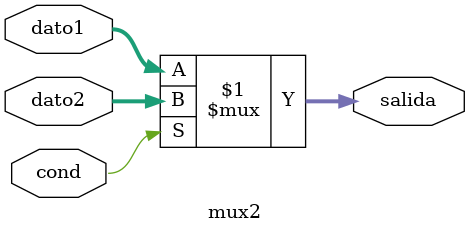
<source format=sv>
/*
 * This module is the Mux 2:1 component
 */ 
module mux2 #(parameter WIDTH = 8)
		(input logic [WIDTH-1:0] dato1, dato2,
		 input logic cond,
		 output logic [WIDTH-1:0] salida);
	assign salida = cond ? dato2 : dato1;
endmodule
</source>
